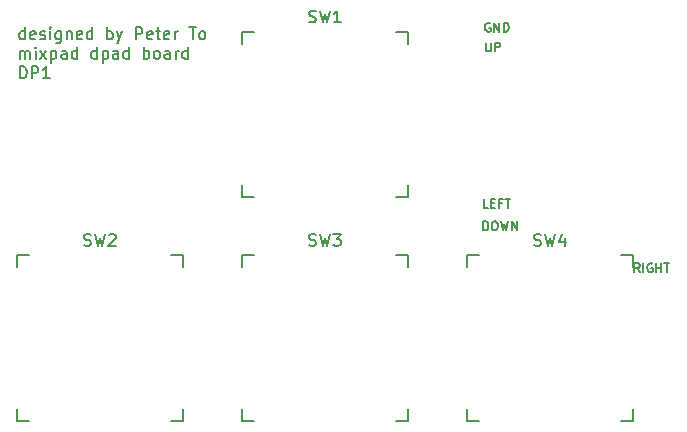
<source format=gto>
%TF.GenerationSoftware,KiCad,Pcbnew,(5.1.12)-1*%
%TF.CreationDate,2021-12-30T22:51:29-05:00*%
%TF.ProjectId,4keymacropad,346b6579-6d61-4637-926f-7061642e6b69,rev?*%
%TF.SameCoordinates,Original*%
%TF.FileFunction,Legend,Top*%
%TF.FilePolarity,Positive*%
%FSLAX46Y46*%
G04 Gerber Fmt 4.6, Leading zero omitted, Abs format (unit mm)*
G04 Created by KiCad (PCBNEW (5.1.12)-1) date 2021-12-30 22:51:29*
%MOMM*%
%LPD*%
G01*
G04 APERTURE LIST*
%ADD10C,0.150000*%
G04 APERTURE END LIST*
D10*
X109222166Y-75662780D02*
X109222166Y-74662780D01*
X109222166Y-75615161D02*
X109126928Y-75662780D01*
X108936452Y-75662780D01*
X108841214Y-75615161D01*
X108793595Y-75567542D01*
X108745976Y-75472304D01*
X108745976Y-75186590D01*
X108793595Y-75091352D01*
X108841214Y-75043733D01*
X108936452Y-74996114D01*
X109126928Y-74996114D01*
X109222166Y-75043733D01*
X110079309Y-75615161D02*
X109984071Y-75662780D01*
X109793595Y-75662780D01*
X109698357Y-75615161D01*
X109650738Y-75519923D01*
X109650738Y-75138971D01*
X109698357Y-75043733D01*
X109793595Y-74996114D01*
X109984071Y-74996114D01*
X110079309Y-75043733D01*
X110126928Y-75138971D01*
X110126928Y-75234209D01*
X109650738Y-75329447D01*
X110507880Y-75615161D02*
X110603119Y-75662780D01*
X110793595Y-75662780D01*
X110888833Y-75615161D01*
X110936452Y-75519923D01*
X110936452Y-75472304D01*
X110888833Y-75377066D01*
X110793595Y-75329447D01*
X110650738Y-75329447D01*
X110555500Y-75281828D01*
X110507880Y-75186590D01*
X110507880Y-75138971D01*
X110555500Y-75043733D01*
X110650738Y-74996114D01*
X110793595Y-74996114D01*
X110888833Y-75043733D01*
X111365023Y-75662780D02*
X111365023Y-74996114D01*
X111365023Y-74662780D02*
X111317404Y-74710400D01*
X111365023Y-74758019D01*
X111412642Y-74710400D01*
X111365023Y-74662780D01*
X111365023Y-74758019D01*
X112269785Y-74996114D02*
X112269785Y-75805638D01*
X112222166Y-75900876D01*
X112174547Y-75948495D01*
X112079309Y-75996114D01*
X111936452Y-75996114D01*
X111841214Y-75948495D01*
X112269785Y-75615161D02*
X112174547Y-75662780D01*
X111984071Y-75662780D01*
X111888833Y-75615161D01*
X111841214Y-75567542D01*
X111793595Y-75472304D01*
X111793595Y-75186590D01*
X111841214Y-75091352D01*
X111888833Y-75043733D01*
X111984071Y-74996114D01*
X112174547Y-74996114D01*
X112269785Y-75043733D01*
X112745976Y-74996114D02*
X112745976Y-75662780D01*
X112745976Y-75091352D02*
X112793595Y-75043733D01*
X112888833Y-74996114D01*
X113031690Y-74996114D01*
X113126928Y-75043733D01*
X113174547Y-75138971D01*
X113174547Y-75662780D01*
X114031690Y-75615161D02*
X113936452Y-75662780D01*
X113745976Y-75662780D01*
X113650738Y-75615161D01*
X113603119Y-75519923D01*
X113603119Y-75138971D01*
X113650738Y-75043733D01*
X113745976Y-74996114D01*
X113936452Y-74996114D01*
X114031690Y-75043733D01*
X114079309Y-75138971D01*
X114079309Y-75234209D01*
X113603119Y-75329447D01*
X114936452Y-75662780D02*
X114936452Y-74662780D01*
X114936452Y-75615161D02*
X114841214Y-75662780D01*
X114650738Y-75662780D01*
X114555500Y-75615161D01*
X114507880Y-75567542D01*
X114460261Y-75472304D01*
X114460261Y-75186590D01*
X114507880Y-75091352D01*
X114555500Y-75043733D01*
X114650738Y-74996114D01*
X114841214Y-74996114D01*
X114936452Y-75043733D01*
X116174547Y-75662780D02*
X116174547Y-74662780D01*
X116174547Y-75043733D02*
X116269785Y-74996114D01*
X116460261Y-74996114D01*
X116555500Y-75043733D01*
X116603119Y-75091352D01*
X116650738Y-75186590D01*
X116650738Y-75472304D01*
X116603119Y-75567542D01*
X116555500Y-75615161D01*
X116460261Y-75662780D01*
X116269785Y-75662780D01*
X116174547Y-75615161D01*
X116984071Y-74996114D02*
X117222166Y-75662780D01*
X117460261Y-74996114D02*
X117222166Y-75662780D01*
X117126928Y-75900876D01*
X117079309Y-75948495D01*
X116984071Y-75996114D01*
X118603119Y-75662780D02*
X118603119Y-74662780D01*
X118984071Y-74662780D01*
X119079309Y-74710400D01*
X119126928Y-74758019D01*
X119174547Y-74853257D01*
X119174547Y-74996114D01*
X119126928Y-75091352D01*
X119079309Y-75138971D01*
X118984071Y-75186590D01*
X118603119Y-75186590D01*
X119984071Y-75615161D02*
X119888833Y-75662780D01*
X119698357Y-75662780D01*
X119603119Y-75615161D01*
X119555500Y-75519923D01*
X119555500Y-75138971D01*
X119603119Y-75043733D01*
X119698357Y-74996114D01*
X119888833Y-74996114D01*
X119984071Y-75043733D01*
X120031690Y-75138971D01*
X120031690Y-75234209D01*
X119555500Y-75329447D01*
X120317404Y-74996114D02*
X120698357Y-74996114D01*
X120460261Y-74662780D02*
X120460261Y-75519923D01*
X120507880Y-75615161D01*
X120603119Y-75662780D01*
X120698357Y-75662780D01*
X121412642Y-75615161D02*
X121317404Y-75662780D01*
X121126928Y-75662780D01*
X121031690Y-75615161D01*
X120984071Y-75519923D01*
X120984071Y-75138971D01*
X121031690Y-75043733D01*
X121126928Y-74996114D01*
X121317404Y-74996114D01*
X121412642Y-75043733D01*
X121460261Y-75138971D01*
X121460261Y-75234209D01*
X120984071Y-75329447D01*
X121888833Y-75662780D02*
X121888833Y-74996114D01*
X121888833Y-75186590D02*
X121936452Y-75091352D01*
X121984071Y-75043733D01*
X122079309Y-74996114D01*
X122174547Y-74996114D01*
X123126928Y-74662780D02*
X123698357Y-74662780D01*
X123412642Y-75662780D02*
X123412642Y-74662780D01*
X124174547Y-75662780D02*
X124079309Y-75615161D01*
X124031690Y-75567542D01*
X123984071Y-75472304D01*
X123984071Y-75186590D01*
X124031690Y-75091352D01*
X124079309Y-75043733D01*
X124174547Y-74996114D01*
X124317404Y-74996114D01*
X124412642Y-75043733D01*
X124460261Y-75091352D01*
X124507880Y-75186590D01*
X124507880Y-75472304D01*
X124460261Y-75567542D01*
X124412642Y-75615161D01*
X124317404Y-75662780D01*
X124174547Y-75662780D01*
X108793595Y-77312780D02*
X108793595Y-76646114D01*
X108793595Y-76741352D02*
X108841214Y-76693733D01*
X108936452Y-76646114D01*
X109079309Y-76646114D01*
X109174547Y-76693733D01*
X109222166Y-76788971D01*
X109222166Y-77312780D01*
X109222166Y-76788971D02*
X109269785Y-76693733D01*
X109365023Y-76646114D01*
X109507880Y-76646114D01*
X109603119Y-76693733D01*
X109650738Y-76788971D01*
X109650738Y-77312780D01*
X110126928Y-77312780D02*
X110126928Y-76646114D01*
X110126928Y-76312780D02*
X110079309Y-76360400D01*
X110126928Y-76408019D01*
X110174547Y-76360400D01*
X110126928Y-76312780D01*
X110126928Y-76408019D01*
X110507880Y-77312780D02*
X111031690Y-76646114D01*
X110507880Y-76646114D02*
X111031690Y-77312780D01*
X111412642Y-76646114D02*
X111412642Y-77646114D01*
X111412642Y-76693733D02*
X111507880Y-76646114D01*
X111698357Y-76646114D01*
X111793595Y-76693733D01*
X111841214Y-76741352D01*
X111888833Y-76836590D01*
X111888833Y-77122304D01*
X111841214Y-77217542D01*
X111793595Y-77265161D01*
X111698357Y-77312780D01*
X111507880Y-77312780D01*
X111412642Y-77265161D01*
X112745976Y-77312780D02*
X112745976Y-76788971D01*
X112698357Y-76693733D01*
X112603119Y-76646114D01*
X112412642Y-76646114D01*
X112317404Y-76693733D01*
X112745976Y-77265161D02*
X112650738Y-77312780D01*
X112412642Y-77312780D01*
X112317404Y-77265161D01*
X112269785Y-77169923D01*
X112269785Y-77074685D01*
X112317404Y-76979447D01*
X112412642Y-76931828D01*
X112650738Y-76931828D01*
X112745976Y-76884209D01*
X113650738Y-77312780D02*
X113650738Y-76312780D01*
X113650738Y-77265161D02*
X113555500Y-77312780D01*
X113365023Y-77312780D01*
X113269785Y-77265161D01*
X113222166Y-77217542D01*
X113174547Y-77122304D01*
X113174547Y-76836590D01*
X113222166Y-76741352D01*
X113269785Y-76693733D01*
X113365023Y-76646114D01*
X113555500Y-76646114D01*
X113650738Y-76693733D01*
X115317404Y-77312780D02*
X115317404Y-76312780D01*
X115317404Y-77265161D02*
X115222166Y-77312780D01*
X115031690Y-77312780D01*
X114936452Y-77265161D01*
X114888833Y-77217542D01*
X114841214Y-77122304D01*
X114841214Y-76836590D01*
X114888833Y-76741352D01*
X114936452Y-76693733D01*
X115031690Y-76646114D01*
X115222166Y-76646114D01*
X115317404Y-76693733D01*
X115793595Y-76646114D02*
X115793595Y-77646114D01*
X115793595Y-76693733D02*
X115888833Y-76646114D01*
X116079309Y-76646114D01*
X116174547Y-76693733D01*
X116222166Y-76741352D01*
X116269785Y-76836590D01*
X116269785Y-77122304D01*
X116222166Y-77217542D01*
X116174547Y-77265161D01*
X116079309Y-77312780D01*
X115888833Y-77312780D01*
X115793595Y-77265161D01*
X117126928Y-77312780D02*
X117126928Y-76788971D01*
X117079309Y-76693733D01*
X116984071Y-76646114D01*
X116793595Y-76646114D01*
X116698357Y-76693733D01*
X117126928Y-77265161D02*
X117031690Y-77312780D01*
X116793595Y-77312780D01*
X116698357Y-77265161D01*
X116650738Y-77169923D01*
X116650738Y-77074685D01*
X116698357Y-76979447D01*
X116793595Y-76931828D01*
X117031690Y-76931828D01*
X117126928Y-76884209D01*
X118031690Y-77312780D02*
X118031690Y-76312780D01*
X118031690Y-77265161D02*
X117936452Y-77312780D01*
X117745976Y-77312780D01*
X117650738Y-77265161D01*
X117603119Y-77217542D01*
X117555500Y-77122304D01*
X117555500Y-76836590D01*
X117603119Y-76741352D01*
X117650738Y-76693733D01*
X117745976Y-76646114D01*
X117936452Y-76646114D01*
X118031690Y-76693733D01*
X119269785Y-77312780D02*
X119269785Y-76312780D01*
X119269785Y-76693733D02*
X119365023Y-76646114D01*
X119555500Y-76646114D01*
X119650738Y-76693733D01*
X119698357Y-76741352D01*
X119745976Y-76836590D01*
X119745976Y-77122304D01*
X119698357Y-77217542D01*
X119650738Y-77265161D01*
X119555500Y-77312780D01*
X119365023Y-77312780D01*
X119269785Y-77265161D01*
X120317404Y-77312780D02*
X120222166Y-77265161D01*
X120174547Y-77217542D01*
X120126928Y-77122304D01*
X120126928Y-76836590D01*
X120174547Y-76741352D01*
X120222166Y-76693733D01*
X120317404Y-76646114D01*
X120460261Y-76646114D01*
X120555500Y-76693733D01*
X120603119Y-76741352D01*
X120650738Y-76836590D01*
X120650738Y-77122304D01*
X120603119Y-77217542D01*
X120555500Y-77265161D01*
X120460261Y-77312780D01*
X120317404Y-77312780D01*
X121507880Y-77312780D02*
X121507880Y-76788971D01*
X121460261Y-76693733D01*
X121365023Y-76646114D01*
X121174547Y-76646114D01*
X121079309Y-76693733D01*
X121507880Y-77265161D02*
X121412642Y-77312780D01*
X121174547Y-77312780D01*
X121079309Y-77265161D01*
X121031690Y-77169923D01*
X121031690Y-77074685D01*
X121079309Y-76979447D01*
X121174547Y-76931828D01*
X121412642Y-76931828D01*
X121507880Y-76884209D01*
X121984071Y-77312780D02*
X121984071Y-76646114D01*
X121984071Y-76836590D02*
X122031690Y-76741352D01*
X122079309Y-76693733D01*
X122174547Y-76646114D01*
X122269785Y-76646114D01*
X123031690Y-77312780D02*
X123031690Y-76312780D01*
X123031690Y-77265161D02*
X122936452Y-77312780D01*
X122745976Y-77312780D01*
X122650738Y-77265161D01*
X122603119Y-77217542D01*
X122555500Y-77122304D01*
X122555500Y-76836590D01*
X122603119Y-76741352D01*
X122650738Y-76693733D01*
X122745976Y-76646114D01*
X122936452Y-76646114D01*
X123031690Y-76693733D01*
X108793595Y-78962780D02*
X108793595Y-77962780D01*
X109031690Y-77962780D01*
X109174547Y-78010400D01*
X109269785Y-78105638D01*
X109317404Y-78200876D01*
X109365023Y-78391352D01*
X109365023Y-78534209D01*
X109317404Y-78724685D01*
X109269785Y-78819923D01*
X109174547Y-78915161D01*
X109031690Y-78962780D01*
X108793595Y-78962780D01*
X109793595Y-78962780D02*
X109793595Y-77962780D01*
X110174547Y-77962780D01*
X110269785Y-78010400D01*
X110317404Y-78058019D01*
X110365023Y-78153257D01*
X110365023Y-78296114D01*
X110317404Y-78391352D01*
X110269785Y-78438971D01*
X110174547Y-78486590D01*
X109793595Y-78486590D01*
X111317404Y-78962780D02*
X110745976Y-78962780D01*
X111031690Y-78962780D02*
X111031690Y-77962780D01*
X110936452Y-78105638D01*
X110841214Y-78200876D01*
X110745976Y-78248495D01*
X148607014Y-74301000D02*
X148535585Y-74265285D01*
X148428442Y-74265285D01*
X148321300Y-74301000D01*
X148249871Y-74372428D01*
X148214157Y-74443857D01*
X148178442Y-74586714D01*
X148178442Y-74693857D01*
X148214157Y-74836714D01*
X148249871Y-74908142D01*
X148321300Y-74979571D01*
X148428442Y-75015285D01*
X148499871Y-75015285D01*
X148607014Y-74979571D01*
X148642728Y-74943857D01*
X148642728Y-74693857D01*
X148499871Y-74693857D01*
X148964157Y-75015285D02*
X148964157Y-74265285D01*
X149392728Y-75015285D01*
X149392728Y-74265285D01*
X149749871Y-75015285D02*
X149749871Y-74265285D01*
X149928442Y-74265285D01*
X150035585Y-74301000D01*
X150107014Y-74372428D01*
X150142728Y-74443857D01*
X150178442Y-74586714D01*
X150178442Y-74693857D01*
X150142728Y-74836714D01*
X150107014Y-74908142D01*
X150035585Y-74979571D01*
X149928442Y-75015285D01*
X149749871Y-75015285D01*
X161255200Y-95386085D02*
X161005200Y-95028942D01*
X160826628Y-95386085D02*
X160826628Y-94636085D01*
X161112342Y-94636085D01*
X161183771Y-94671800D01*
X161219485Y-94707514D01*
X161255200Y-94778942D01*
X161255200Y-94886085D01*
X161219485Y-94957514D01*
X161183771Y-94993228D01*
X161112342Y-95028942D01*
X160826628Y-95028942D01*
X161576628Y-95386085D02*
X161576628Y-94636085D01*
X162326628Y-94671800D02*
X162255200Y-94636085D01*
X162148057Y-94636085D01*
X162040914Y-94671800D01*
X161969485Y-94743228D01*
X161933771Y-94814657D01*
X161898057Y-94957514D01*
X161898057Y-95064657D01*
X161933771Y-95207514D01*
X161969485Y-95278942D01*
X162040914Y-95350371D01*
X162148057Y-95386085D01*
X162219485Y-95386085D01*
X162326628Y-95350371D01*
X162362342Y-95314657D01*
X162362342Y-95064657D01*
X162219485Y-95064657D01*
X162683771Y-95386085D02*
X162683771Y-94636085D01*
X162683771Y-94993228D02*
X163112342Y-94993228D01*
X163112342Y-95386085D02*
X163112342Y-94636085D01*
X163362342Y-94636085D02*
X163790914Y-94636085D01*
X163576628Y-95386085D02*
X163576628Y-94636085D01*
X148032500Y-91830085D02*
X148032500Y-91080085D01*
X148211071Y-91080085D01*
X148318214Y-91115800D01*
X148389642Y-91187228D01*
X148425357Y-91258657D01*
X148461071Y-91401514D01*
X148461071Y-91508657D01*
X148425357Y-91651514D01*
X148389642Y-91722942D01*
X148318214Y-91794371D01*
X148211071Y-91830085D01*
X148032500Y-91830085D01*
X148925357Y-91080085D02*
X149068214Y-91080085D01*
X149139642Y-91115800D01*
X149211071Y-91187228D01*
X149246785Y-91330085D01*
X149246785Y-91580085D01*
X149211071Y-91722942D01*
X149139642Y-91794371D01*
X149068214Y-91830085D01*
X148925357Y-91830085D01*
X148853928Y-91794371D01*
X148782500Y-91722942D01*
X148746785Y-91580085D01*
X148746785Y-91330085D01*
X148782500Y-91187228D01*
X148853928Y-91115800D01*
X148925357Y-91080085D01*
X149496785Y-91080085D02*
X149675357Y-91830085D01*
X149818214Y-91294371D01*
X149961071Y-91830085D01*
X150139642Y-91080085D01*
X150425357Y-91830085D02*
X150425357Y-91080085D01*
X150853928Y-91830085D01*
X150853928Y-91080085D01*
X148433214Y-89950485D02*
X148076071Y-89950485D01*
X148076071Y-89200485D01*
X148683214Y-89557628D02*
X148933214Y-89557628D01*
X149040357Y-89950485D02*
X148683214Y-89950485D01*
X148683214Y-89200485D01*
X149040357Y-89200485D01*
X149611785Y-89557628D02*
X149361785Y-89557628D01*
X149361785Y-89950485D02*
X149361785Y-89200485D01*
X149718928Y-89200485D01*
X149897500Y-89200485D02*
X150326071Y-89200485D01*
X150111785Y-89950485D02*
X150111785Y-89200485D01*
X148252957Y-75941685D02*
X148252957Y-76548828D01*
X148288671Y-76620257D01*
X148324385Y-76655971D01*
X148395814Y-76691685D01*
X148538671Y-76691685D01*
X148610100Y-76655971D01*
X148645814Y-76620257D01*
X148681528Y-76548828D01*
X148681528Y-75941685D01*
X149038671Y-76691685D02*
X149038671Y-75941685D01*
X149324385Y-75941685D01*
X149395814Y-75977400D01*
X149431528Y-76013114D01*
X149467242Y-76084542D01*
X149467242Y-76191685D01*
X149431528Y-76263114D01*
X149395814Y-76298828D01*
X149324385Y-76334542D01*
X149038671Y-76334542D01*
%TO.C,SW3*%
X141620000Y-93965000D02*
X141620000Y-94965000D01*
X140620000Y-107965000D02*
X141620000Y-107965000D01*
X141620000Y-93965000D02*
X140620000Y-93965000D01*
X141620000Y-106965000D02*
X141620000Y-107965000D01*
X127620000Y-107965000D02*
X127620000Y-106965000D01*
X128620000Y-93965000D02*
X127620000Y-93965000D01*
X127620000Y-107965000D02*
X128620000Y-107965000D01*
X127620000Y-94965000D02*
X127620000Y-93965000D01*
%TO.C,SW1*%
X127620000Y-76042000D02*
X127620000Y-75042000D01*
X127620000Y-89042000D02*
X128620000Y-89042000D01*
X128620000Y-75042000D02*
X127620000Y-75042000D01*
X127620000Y-89042000D02*
X127620000Y-88042000D01*
X141620000Y-88042000D02*
X141620000Y-89042000D01*
X141620000Y-75042000D02*
X140620000Y-75042000D01*
X140620000Y-89042000D02*
X141620000Y-89042000D01*
X141620000Y-75042000D02*
X141620000Y-76042000D01*
%TO.C,SW2*%
X122570000Y-93965000D02*
X122570000Y-94965000D01*
X121570000Y-107965000D02*
X122570000Y-107965000D01*
X122570000Y-93965000D02*
X121570000Y-93965000D01*
X122570000Y-106965000D02*
X122570000Y-107965000D01*
X108570000Y-107965000D02*
X108570000Y-106965000D01*
X109570000Y-93965000D02*
X108570000Y-93965000D01*
X108570000Y-107965000D02*
X109570000Y-107965000D01*
X108570000Y-94965000D02*
X108570000Y-93965000D01*
%TO.C,SW4*%
X146670000Y-94965000D02*
X146670000Y-93965000D01*
X146670000Y-107965000D02*
X147670000Y-107965000D01*
X147670000Y-93965000D02*
X146670000Y-93965000D01*
X146670000Y-107965000D02*
X146670000Y-106965000D01*
X160670000Y-106965000D02*
X160670000Y-107965000D01*
X160670000Y-93965000D02*
X159670000Y-93965000D01*
X159670000Y-107965000D02*
X160670000Y-107965000D01*
X160670000Y-93965000D02*
X160670000Y-94965000D01*
%TO.C,SW3*%
X133286666Y-93114761D02*
X133429523Y-93162380D01*
X133667619Y-93162380D01*
X133762857Y-93114761D01*
X133810476Y-93067142D01*
X133858095Y-92971904D01*
X133858095Y-92876666D01*
X133810476Y-92781428D01*
X133762857Y-92733809D01*
X133667619Y-92686190D01*
X133477142Y-92638571D01*
X133381904Y-92590952D01*
X133334285Y-92543333D01*
X133286666Y-92448095D01*
X133286666Y-92352857D01*
X133334285Y-92257619D01*
X133381904Y-92210000D01*
X133477142Y-92162380D01*
X133715238Y-92162380D01*
X133858095Y-92210000D01*
X134191428Y-92162380D02*
X134429523Y-93162380D01*
X134620000Y-92448095D01*
X134810476Y-93162380D01*
X135048571Y-92162380D01*
X135334285Y-92162380D02*
X135953333Y-92162380D01*
X135620000Y-92543333D01*
X135762857Y-92543333D01*
X135858095Y-92590952D01*
X135905714Y-92638571D01*
X135953333Y-92733809D01*
X135953333Y-92971904D01*
X135905714Y-93067142D01*
X135858095Y-93114761D01*
X135762857Y-93162380D01*
X135477142Y-93162380D01*
X135381904Y-93114761D01*
X135334285Y-93067142D01*
%TO.C,SW1*%
X133286666Y-74191761D02*
X133429523Y-74239380D01*
X133667619Y-74239380D01*
X133762857Y-74191761D01*
X133810476Y-74144142D01*
X133858095Y-74048904D01*
X133858095Y-73953666D01*
X133810476Y-73858428D01*
X133762857Y-73810809D01*
X133667619Y-73763190D01*
X133477142Y-73715571D01*
X133381904Y-73667952D01*
X133334285Y-73620333D01*
X133286666Y-73525095D01*
X133286666Y-73429857D01*
X133334285Y-73334619D01*
X133381904Y-73287000D01*
X133477142Y-73239380D01*
X133715238Y-73239380D01*
X133858095Y-73287000D01*
X134191428Y-73239380D02*
X134429523Y-74239380D01*
X134620000Y-73525095D01*
X134810476Y-74239380D01*
X135048571Y-73239380D01*
X135953333Y-74239380D02*
X135381904Y-74239380D01*
X135667619Y-74239380D02*
X135667619Y-73239380D01*
X135572380Y-73382238D01*
X135477142Y-73477476D01*
X135381904Y-73525095D01*
%TO.C,SW2*%
X114236666Y-93114761D02*
X114379523Y-93162380D01*
X114617619Y-93162380D01*
X114712857Y-93114761D01*
X114760476Y-93067142D01*
X114808095Y-92971904D01*
X114808095Y-92876666D01*
X114760476Y-92781428D01*
X114712857Y-92733809D01*
X114617619Y-92686190D01*
X114427142Y-92638571D01*
X114331904Y-92590952D01*
X114284285Y-92543333D01*
X114236666Y-92448095D01*
X114236666Y-92352857D01*
X114284285Y-92257619D01*
X114331904Y-92210000D01*
X114427142Y-92162380D01*
X114665238Y-92162380D01*
X114808095Y-92210000D01*
X115141428Y-92162380D02*
X115379523Y-93162380D01*
X115570000Y-92448095D01*
X115760476Y-93162380D01*
X115998571Y-92162380D01*
X116331904Y-92257619D02*
X116379523Y-92210000D01*
X116474761Y-92162380D01*
X116712857Y-92162380D01*
X116808095Y-92210000D01*
X116855714Y-92257619D01*
X116903333Y-92352857D01*
X116903333Y-92448095D01*
X116855714Y-92590952D01*
X116284285Y-93162380D01*
X116903333Y-93162380D01*
%TO.C,SW4*%
X152336666Y-93114761D02*
X152479523Y-93162380D01*
X152717619Y-93162380D01*
X152812857Y-93114761D01*
X152860476Y-93067142D01*
X152908095Y-92971904D01*
X152908095Y-92876666D01*
X152860476Y-92781428D01*
X152812857Y-92733809D01*
X152717619Y-92686190D01*
X152527142Y-92638571D01*
X152431904Y-92590952D01*
X152384285Y-92543333D01*
X152336666Y-92448095D01*
X152336666Y-92352857D01*
X152384285Y-92257619D01*
X152431904Y-92210000D01*
X152527142Y-92162380D01*
X152765238Y-92162380D01*
X152908095Y-92210000D01*
X153241428Y-92162380D02*
X153479523Y-93162380D01*
X153670000Y-92448095D01*
X153860476Y-93162380D01*
X154098571Y-92162380D01*
X154908095Y-92495714D02*
X154908095Y-93162380D01*
X154670000Y-92114761D02*
X154431904Y-92829047D01*
X155050952Y-92829047D01*
%TD*%
M02*

</source>
